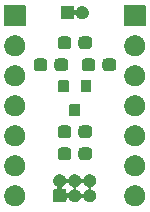
<source format=gbs>
G04 #@! TF.GenerationSoftware,KiCad,Pcbnew,(5.1.0-1390-gee00ff9b5)*
G04 #@! TF.CreationDate,2019-07-31T14:47:23-07:00*
G04 #@! TF.ProjectId,attiny1614,61747469-6e79-4313-9631-342e6b696361,rev?*
G04 #@! TF.SameCoordinates,Original*
G04 #@! TF.FileFunction,Soldermask,Bot*
G04 #@! TF.FilePolarity,Negative*
%FSLAX46Y46*%
G04 Gerber Fmt 4.6, Leading zero omitted, Abs format (unit mm)*
G04 Created by KiCad (PCBNEW (5.1.0-1390-gee00ff9b5)) date 2019-07-31 14:47:23*
%MOMM*%
%LPD*%
G04 APERTURE LIST*
%ADD10C,0.100000*%
G04 APERTURE END LIST*
D10*
G36*
X135824360Y-96649835D02*
G01*
X135905397Y-96676166D01*
X135992663Y-96703848D01*
X135995655Y-96705493D01*
X136004488Y-96708363D01*
X136076466Y-96749919D01*
X136147499Y-96788970D01*
X136154986Y-96795253D01*
X136168511Y-96803061D01*
X136226259Y-96855057D01*
X136282857Y-96902549D01*
X136292962Y-96915118D01*
X136309261Y-96929793D01*
X136351454Y-96987867D01*
X136393579Y-97040260D01*
X136403994Y-97060182D01*
X136420586Y-97083019D01*
X136447297Y-97143012D01*
X136475439Y-97196843D01*
X136483582Y-97224510D01*
X136497621Y-97256042D01*
X136509992Y-97314241D01*
X136525328Y-97366349D01*
X136528518Y-97401401D01*
X136536999Y-97441301D01*
X136536999Y-97494592D01*
X136541343Y-97542324D01*
X136536999Y-97583653D01*
X136536999Y-97630699D01*
X136527217Y-97676721D01*
X136522873Y-97718047D01*
X136508702Y-97763827D01*
X136497621Y-97815958D01*
X136481028Y-97853226D01*
X136470622Y-97886843D01*
X136444789Y-97934620D01*
X136420586Y-97988981D01*
X136400298Y-98016905D01*
X136386580Y-98042276D01*
X136347859Y-98089082D01*
X136309261Y-98142207D01*
X136288284Y-98161095D01*
X136273952Y-98178419D01*
X136221845Y-98220917D01*
X136168511Y-98268939D01*
X136149524Y-98279901D01*
X136137025Y-98290095D01*
X136071780Y-98324786D01*
X136004488Y-98363637D01*
X135989636Y-98368463D01*
X135981003Y-98373053D01*
X135903430Y-98396473D01*
X135824360Y-98422165D01*
X135815114Y-98423137D01*
X135811851Y-98424122D01*
X135720710Y-98433059D01*
X135683211Y-98437000D01*
X135588789Y-98437000D01*
X135447640Y-98422165D01*
X135366603Y-98395834D01*
X135279337Y-98368152D01*
X135276345Y-98366507D01*
X135267512Y-98363637D01*
X135195534Y-98322081D01*
X135124501Y-98283030D01*
X135117014Y-98276747D01*
X135103489Y-98268939D01*
X135045741Y-98216943D01*
X134989143Y-98169451D01*
X134979038Y-98156882D01*
X134962739Y-98142207D01*
X134920546Y-98084133D01*
X134878421Y-98031740D01*
X134868006Y-98011818D01*
X134851414Y-97988981D01*
X134824703Y-97928988D01*
X134796561Y-97875157D01*
X134788418Y-97847490D01*
X134774379Y-97815958D01*
X134762008Y-97757759D01*
X134746672Y-97705651D01*
X134743482Y-97670599D01*
X134735001Y-97630699D01*
X134735001Y-97577408D01*
X134730657Y-97529676D01*
X134735001Y-97488347D01*
X134735001Y-97441301D01*
X134744783Y-97395279D01*
X134749127Y-97353953D01*
X134763298Y-97308173D01*
X134774379Y-97256042D01*
X134790972Y-97218774D01*
X134801378Y-97185157D01*
X134827211Y-97137380D01*
X134851414Y-97083019D01*
X134871702Y-97055095D01*
X134885420Y-97029724D01*
X134924141Y-96982918D01*
X134962739Y-96929793D01*
X134983716Y-96910905D01*
X134998048Y-96893581D01*
X135050155Y-96851083D01*
X135103489Y-96803061D01*
X135122476Y-96792099D01*
X135134975Y-96781905D01*
X135200220Y-96747214D01*
X135267512Y-96708363D01*
X135282364Y-96703537D01*
X135290997Y-96698947D01*
X135368570Y-96675527D01*
X135447640Y-96649835D01*
X135456886Y-96648863D01*
X135460149Y-96647878D01*
X135551290Y-96638941D01*
X135588789Y-96635000D01*
X135683211Y-96635000D01*
X135824360Y-96649835D01*
X135824360Y-96649835D01*
G37*
G36*
X125664360Y-96649835D02*
G01*
X125745397Y-96676166D01*
X125832663Y-96703848D01*
X125835655Y-96705493D01*
X125844488Y-96708363D01*
X125916466Y-96749919D01*
X125987499Y-96788970D01*
X125994986Y-96795253D01*
X126008511Y-96803061D01*
X126066259Y-96855057D01*
X126122857Y-96902549D01*
X126132962Y-96915118D01*
X126149261Y-96929793D01*
X126191454Y-96987867D01*
X126233579Y-97040260D01*
X126243994Y-97060182D01*
X126260586Y-97083019D01*
X126287297Y-97143012D01*
X126315439Y-97196843D01*
X126323582Y-97224510D01*
X126337621Y-97256042D01*
X126349992Y-97314241D01*
X126365328Y-97366349D01*
X126368518Y-97401401D01*
X126376999Y-97441301D01*
X126376999Y-97494592D01*
X126381343Y-97542324D01*
X126376999Y-97583653D01*
X126376999Y-97630699D01*
X126367217Y-97676721D01*
X126362873Y-97718047D01*
X126348702Y-97763827D01*
X126337621Y-97815958D01*
X126321028Y-97853226D01*
X126310622Y-97886843D01*
X126284789Y-97934620D01*
X126260586Y-97988981D01*
X126240298Y-98016905D01*
X126226580Y-98042276D01*
X126187859Y-98089082D01*
X126149261Y-98142207D01*
X126128284Y-98161095D01*
X126113952Y-98178419D01*
X126061845Y-98220917D01*
X126008511Y-98268939D01*
X125989524Y-98279901D01*
X125977025Y-98290095D01*
X125911780Y-98324786D01*
X125844488Y-98363637D01*
X125829636Y-98368463D01*
X125821003Y-98373053D01*
X125743430Y-98396473D01*
X125664360Y-98422165D01*
X125655114Y-98423137D01*
X125651851Y-98424122D01*
X125560710Y-98433059D01*
X125523211Y-98437000D01*
X125428789Y-98437000D01*
X125287640Y-98422165D01*
X125206603Y-98395834D01*
X125119337Y-98368152D01*
X125116345Y-98366507D01*
X125107512Y-98363637D01*
X125035534Y-98322081D01*
X124964501Y-98283030D01*
X124957014Y-98276747D01*
X124943489Y-98268939D01*
X124885741Y-98216943D01*
X124829143Y-98169451D01*
X124819038Y-98156882D01*
X124802739Y-98142207D01*
X124760546Y-98084133D01*
X124718421Y-98031740D01*
X124708006Y-98011818D01*
X124691414Y-97988981D01*
X124664703Y-97928988D01*
X124636561Y-97875157D01*
X124628418Y-97847490D01*
X124614379Y-97815958D01*
X124602008Y-97757759D01*
X124586672Y-97705651D01*
X124583482Y-97670599D01*
X124575001Y-97630699D01*
X124575001Y-97577408D01*
X124570657Y-97529676D01*
X124575001Y-97488347D01*
X124575001Y-97441301D01*
X124584783Y-97395279D01*
X124589127Y-97353953D01*
X124603298Y-97308173D01*
X124614379Y-97256042D01*
X124630972Y-97218774D01*
X124641378Y-97185157D01*
X124667211Y-97137380D01*
X124691414Y-97083019D01*
X124711702Y-97055095D01*
X124725420Y-97029724D01*
X124764141Y-96982918D01*
X124802739Y-96929793D01*
X124823716Y-96910905D01*
X124838048Y-96893581D01*
X124890155Y-96851083D01*
X124943489Y-96803061D01*
X124962476Y-96792099D01*
X124974975Y-96781905D01*
X125040220Y-96747214D01*
X125107512Y-96708363D01*
X125122364Y-96703537D01*
X125130997Y-96698947D01*
X125208570Y-96675527D01*
X125287640Y-96649835D01*
X125296886Y-96648863D01*
X125300149Y-96647878D01*
X125391290Y-96638941D01*
X125428789Y-96635000D01*
X125523211Y-96635000D01*
X125664360Y-96649835D01*
X125664360Y-96649835D01*
G37*
G36*
X129424343Y-95728506D02*
G01*
X129484792Y-95752074D01*
X129512219Y-95757904D01*
X129533352Y-95771007D01*
X129548292Y-95776832D01*
X129589828Y-95806024D01*
X129640522Y-95837456D01*
X129651431Y-95849320D01*
X129657402Y-95853516D01*
X129696442Y-95898269D01*
X129742707Y-95948581D01*
X129776495Y-96014893D01*
X129809466Y-96078774D01*
X129858094Y-96129725D01*
X129926549Y-96146298D01*
X129993097Y-96123230D01*
X130031012Y-96079934D01*
X130050753Y-96042651D01*
X130063111Y-96008324D01*
X130085928Y-95976218D01*
X130100221Y-95949223D01*
X130124392Y-95922094D01*
X130150562Y-95885269D01*
X130174399Y-95865966D01*
X130188937Y-95849649D01*
X130226033Y-95824154D01*
X130267884Y-95790264D01*
X130288029Y-95781547D01*
X130298849Y-95774110D01*
X130349044Y-95755142D01*
X130406432Y-95730308D01*
X130419503Y-95728518D01*
X130423598Y-95726970D01*
X130485366Y-95719496D01*
X130518185Y-95715000D01*
X130587432Y-95715000D01*
X130694343Y-95728506D01*
X130754792Y-95752074D01*
X130782219Y-95757904D01*
X130803352Y-95771007D01*
X130818292Y-95776832D01*
X130859828Y-95806024D01*
X130910522Y-95837456D01*
X130921431Y-95849320D01*
X130927402Y-95853516D01*
X130966442Y-95898269D01*
X131012707Y-95948581D01*
X131046495Y-96014893D01*
X131079466Y-96078774D01*
X131128094Y-96129725D01*
X131196549Y-96146298D01*
X131263097Y-96123230D01*
X131301012Y-96079934D01*
X131320753Y-96042651D01*
X131333111Y-96008324D01*
X131355928Y-95976218D01*
X131370221Y-95949223D01*
X131394392Y-95922094D01*
X131420562Y-95885269D01*
X131444399Y-95865966D01*
X131458937Y-95849649D01*
X131496033Y-95824154D01*
X131537884Y-95790264D01*
X131558029Y-95781547D01*
X131568849Y-95774110D01*
X131619044Y-95755142D01*
X131676432Y-95730308D01*
X131689503Y-95728518D01*
X131693598Y-95726970D01*
X131755366Y-95719496D01*
X131788185Y-95715000D01*
X131857432Y-95715000D01*
X131964343Y-95728506D01*
X132024792Y-95752074D01*
X132052219Y-95757904D01*
X132073352Y-95771007D01*
X132088292Y-95776832D01*
X132129828Y-95806024D01*
X132180522Y-95837456D01*
X132191431Y-95849320D01*
X132197402Y-95853516D01*
X132236442Y-95898269D01*
X132282707Y-95948581D01*
X132316500Y-96014903D01*
X132346240Y-96072524D01*
X132346580Y-96073939D01*
X132351243Y-96083091D01*
X132364178Y-96147240D01*
X132377374Y-96202204D01*
X132377320Y-96212417D01*
X132381083Y-96231077D01*
X132376926Y-96287682D01*
X132376675Y-96335566D01*
X132372060Y-96353940D01*
X132370026Y-96381636D01*
X132353744Y-96426861D01*
X132344187Y-96464911D01*
X132331247Y-96489350D01*
X132318889Y-96523676D01*
X132296072Y-96555782D01*
X132281779Y-96582777D01*
X132257608Y-96609906D01*
X132231438Y-96646731D01*
X132207601Y-96666034D01*
X132193063Y-96682351D01*
X132155965Y-96707847D01*
X132114116Y-96741736D01*
X132093974Y-96750452D01*
X132083152Y-96757890D01*
X132032952Y-96776859D01*
X132010807Y-96786443D01*
X131957824Y-96826461D01*
X131933493Y-96892558D01*
X131948760Y-96961316D01*
X132012805Y-97017401D01*
X132024791Y-97022074D01*
X132052219Y-97027904D01*
X132073352Y-97041007D01*
X132088292Y-97046832D01*
X132129828Y-97076024D01*
X132180522Y-97107456D01*
X132191431Y-97119320D01*
X132197402Y-97123516D01*
X132236442Y-97168269D01*
X132282707Y-97218581D01*
X132316500Y-97284903D01*
X132346240Y-97342524D01*
X132346580Y-97343939D01*
X132351243Y-97353091D01*
X132364178Y-97417240D01*
X132377374Y-97472204D01*
X132377320Y-97482417D01*
X132381083Y-97501077D01*
X132376926Y-97557682D01*
X132376675Y-97605566D01*
X132372060Y-97623940D01*
X132370026Y-97651636D01*
X132353744Y-97696861D01*
X132344187Y-97734911D01*
X132331247Y-97759350D01*
X132318889Y-97793676D01*
X132296072Y-97825782D01*
X132281779Y-97852777D01*
X132257608Y-97879906D01*
X132231438Y-97916731D01*
X132207601Y-97936034D01*
X132193063Y-97952351D01*
X132155967Y-97977846D01*
X132114116Y-98011736D01*
X132093971Y-98020453D01*
X132083151Y-98027890D01*
X132032956Y-98046858D01*
X131975568Y-98071692D01*
X131962497Y-98073482D01*
X131958402Y-98075030D01*
X131896634Y-98082504D01*
X131863815Y-98087000D01*
X131794568Y-98087000D01*
X131687657Y-98073494D01*
X131627208Y-98049926D01*
X131599781Y-98044096D01*
X131578648Y-98030993D01*
X131563708Y-98025168D01*
X131522172Y-97995976D01*
X131471478Y-97964544D01*
X131460569Y-97952680D01*
X131454598Y-97948484D01*
X131415558Y-97903731D01*
X131369293Y-97853419D01*
X131335505Y-97787107D01*
X131302534Y-97723226D01*
X131253906Y-97672275D01*
X131185451Y-97655702D01*
X131118903Y-97678770D01*
X131080988Y-97722066D01*
X131061247Y-97759349D01*
X131048889Y-97793676D01*
X131026072Y-97825782D01*
X131011779Y-97852777D01*
X130987608Y-97879906D01*
X130961438Y-97916731D01*
X130937601Y-97936034D01*
X130923063Y-97952351D01*
X130885967Y-97977846D01*
X130844116Y-98011736D01*
X130823971Y-98020453D01*
X130813151Y-98027890D01*
X130762956Y-98046858D01*
X130705568Y-98071692D01*
X130692497Y-98073482D01*
X130688402Y-98075030D01*
X130626634Y-98082504D01*
X130593815Y-98087000D01*
X130524568Y-98087000D01*
X130417657Y-98073494D01*
X130357208Y-98049926D01*
X130329781Y-98044096D01*
X130308648Y-98030993D01*
X130293708Y-98025168D01*
X130252172Y-97995976D01*
X130201478Y-97964544D01*
X130190569Y-97952680D01*
X130184598Y-97948484D01*
X130145558Y-97903731D01*
X130099293Y-97853419D01*
X130076220Y-97808136D01*
X130027895Y-97757502D01*
X129959440Y-97740929D01*
X129892892Y-97763997D01*
X129849380Y-97819382D01*
X129840448Y-97865784D01*
X129840448Y-98023688D01*
X129837999Y-98036000D01*
X129834041Y-98055899D01*
X129822769Y-98072769D01*
X129805899Y-98084041D01*
X129786000Y-98087999D01*
X129773688Y-98090448D01*
X128798312Y-98090448D01*
X128766101Y-98084041D01*
X128749231Y-98072769D01*
X128737959Y-98055899D01*
X128731552Y-98023688D01*
X128731552Y-97048312D01*
X128737959Y-97016101D01*
X128749231Y-96999231D01*
X128766101Y-96987959D01*
X128798312Y-96981552D01*
X128950576Y-96981552D01*
X129018156Y-96961709D01*
X129064279Y-96908479D01*
X129068638Y-96878161D01*
X129497167Y-96878161D01*
X129528393Y-96941293D01*
X129620284Y-96981552D01*
X129773688Y-96981552D01*
X129805899Y-96987959D01*
X129822769Y-96999231D01*
X129834041Y-97016101D01*
X129840448Y-97048312D01*
X129840448Y-97206633D01*
X129860291Y-97274213D01*
X129913521Y-97320336D01*
X129983236Y-97330360D01*
X130047304Y-97301101D01*
X130061202Y-97283626D01*
X130063111Y-97278324D01*
X130085927Y-97246219D01*
X130100221Y-97219223D01*
X130124392Y-97192094D01*
X130150562Y-97155269D01*
X130174399Y-97135966D01*
X130188937Y-97119649D01*
X130226035Y-97094153D01*
X130267884Y-97060264D01*
X130288026Y-97051548D01*
X130298848Y-97044110D01*
X130349048Y-97025141D01*
X130371193Y-97015557D01*
X130424176Y-96975539D01*
X130448507Y-96909442D01*
X130444759Y-96892558D01*
X130663493Y-96892558D01*
X130678760Y-96961316D01*
X130742805Y-97017401D01*
X130754791Y-97022074D01*
X130782219Y-97027904D01*
X130803352Y-97041007D01*
X130818292Y-97046832D01*
X130859828Y-97076024D01*
X130910522Y-97107456D01*
X130921431Y-97119320D01*
X130927402Y-97123516D01*
X130966442Y-97168269D01*
X131012707Y-97218581D01*
X131046495Y-97284893D01*
X131079466Y-97348774D01*
X131128094Y-97399725D01*
X131196549Y-97416298D01*
X131263097Y-97393230D01*
X131301012Y-97349934D01*
X131320753Y-97312651D01*
X131333111Y-97278324D01*
X131355928Y-97246218D01*
X131370221Y-97219223D01*
X131394392Y-97192094D01*
X131420562Y-97155269D01*
X131444399Y-97135966D01*
X131458937Y-97119649D01*
X131496035Y-97094153D01*
X131537884Y-97060264D01*
X131558026Y-97051548D01*
X131568848Y-97044110D01*
X131619048Y-97025141D01*
X131641193Y-97015557D01*
X131694176Y-96975539D01*
X131718507Y-96909442D01*
X131703240Y-96840684D01*
X131639195Y-96784599D01*
X131627209Y-96779926D01*
X131599781Y-96774096D01*
X131578648Y-96760993D01*
X131563708Y-96755168D01*
X131522172Y-96725976D01*
X131471478Y-96694544D01*
X131460569Y-96682680D01*
X131454598Y-96678484D01*
X131415558Y-96633731D01*
X131369293Y-96583419D01*
X131335505Y-96517107D01*
X131302534Y-96453226D01*
X131253906Y-96402275D01*
X131185451Y-96385702D01*
X131118903Y-96408770D01*
X131080988Y-96452066D01*
X131061247Y-96489349D01*
X131048889Y-96523676D01*
X131026072Y-96555782D01*
X131011779Y-96582777D01*
X130987608Y-96609906D01*
X130961438Y-96646731D01*
X130937601Y-96666034D01*
X130923063Y-96682351D01*
X130885965Y-96707847D01*
X130844116Y-96741736D01*
X130823974Y-96750452D01*
X130813152Y-96757890D01*
X130762952Y-96776859D01*
X130740807Y-96786443D01*
X130687824Y-96826461D01*
X130663493Y-96892558D01*
X130444759Y-96892558D01*
X130433240Y-96840684D01*
X130369195Y-96784599D01*
X130357209Y-96779926D01*
X130329781Y-96774096D01*
X130308648Y-96760993D01*
X130293708Y-96755168D01*
X130252172Y-96725976D01*
X130201478Y-96694544D01*
X130190569Y-96682680D01*
X130184598Y-96678484D01*
X130145558Y-96633731D01*
X130099293Y-96583419D01*
X130065505Y-96517107D01*
X130032534Y-96453226D01*
X129983906Y-96402275D01*
X129915451Y-96385702D01*
X129848903Y-96408770D01*
X129810988Y-96452066D01*
X129791247Y-96489349D01*
X129778889Y-96523676D01*
X129756072Y-96555782D01*
X129741779Y-96582777D01*
X129717608Y-96609906D01*
X129691438Y-96646731D01*
X129667601Y-96666034D01*
X129653063Y-96682351D01*
X129615966Y-96707847D01*
X129574116Y-96741736D01*
X129553973Y-96750453D01*
X129549484Y-96753538D01*
X129505029Y-96808168D01*
X129497167Y-96878161D01*
X129068638Y-96878161D01*
X129074303Y-96838764D01*
X129022451Y-96754285D01*
X128982169Y-96725974D01*
X128931478Y-96694544D01*
X128920569Y-96682680D01*
X128914598Y-96678484D01*
X128875558Y-96633731D01*
X128829293Y-96583419D01*
X128795500Y-96517097D01*
X128765760Y-96459476D01*
X128765420Y-96458061D01*
X128760757Y-96448909D01*
X128747822Y-96384760D01*
X128734626Y-96329796D01*
X128734680Y-96319583D01*
X128730917Y-96300923D01*
X128735074Y-96244318D01*
X128735325Y-96196434D01*
X128739940Y-96178060D01*
X128741974Y-96150364D01*
X128758256Y-96105139D01*
X128767813Y-96067089D01*
X128780753Y-96042650D01*
X128793111Y-96008324D01*
X128815928Y-95976218D01*
X128830221Y-95949223D01*
X128854392Y-95922094D01*
X128880562Y-95885269D01*
X128904399Y-95865966D01*
X128918937Y-95849649D01*
X128956033Y-95824154D01*
X128997884Y-95790264D01*
X129018029Y-95781547D01*
X129028849Y-95774110D01*
X129079044Y-95755142D01*
X129136432Y-95730308D01*
X129149503Y-95728518D01*
X129153598Y-95726970D01*
X129215366Y-95719496D01*
X129248185Y-95715000D01*
X129317432Y-95715000D01*
X129424343Y-95728506D01*
X129424343Y-95728506D01*
G37*
G36*
X135824360Y-94109835D02*
G01*
X135905397Y-94136166D01*
X135992663Y-94163848D01*
X135995655Y-94165493D01*
X136004488Y-94168363D01*
X136076466Y-94209919D01*
X136147499Y-94248970D01*
X136154986Y-94255253D01*
X136168511Y-94263061D01*
X136226259Y-94315057D01*
X136282857Y-94362549D01*
X136292962Y-94375118D01*
X136309261Y-94389793D01*
X136351454Y-94447867D01*
X136393579Y-94500260D01*
X136403994Y-94520182D01*
X136420586Y-94543019D01*
X136447297Y-94603012D01*
X136475439Y-94656843D01*
X136483582Y-94684510D01*
X136497621Y-94716042D01*
X136509992Y-94774241D01*
X136525328Y-94826349D01*
X136528518Y-94861401D01*
X136536999Y-94901301D01*
X136536999Y-94954592D01*
X136541343Y-95002324D01*
X136536999Y-95043653D01*
X136536999Y-95090699D01*
X136527217Y-95136721D01*
X136522873Y-95178047D01*
X136508702Y-95223827D01*
X136497621Y-95275958D01*
X136481028Y-95313226D01*
X136470622Y-95346843D01*
X136444789Y-95394620D01*
X136420586Y-95448981D01*
X136400298Y-95476905D01*
X136386580Y-95502276D01*
X136347859Y-95549082D01*
X136309261Y-95602207D01*
X136288284Y-95621095D01*
X136273952Y-95638419D01*
X136221845Y-95680917D01*
X136168511Y-95728939D01*
X136149524Y-95739901D01*
X136137025Y-95750095D01*
X136071780Y-95784786D01*
X136004488Y-95823637D01*
X135989636Y-95828463D01*
X135981003Y-95833053D01*
X135903430Y-95856473D01*
X135824360Y-95882165D01*
X135815114Y-95883137D01*
X135811851Y-95884122D01*
X135720710Y-95893059D01*
X135683211Y-95897000D01*
X135588789Y-95897000D01*
X135447640Y-95882165D01*
X135366603Y-95855834D01*
X135279337Y-95828152D01*
X135276345Y-95826507D01*
X135267512Y-95823637D01*
X135195534Y-95782081D01*
X135124501Y-95743030D01*
X135117014Y-95736747D01*
X135103489Y-95728939D01*
X135045741Y-95676943D01*
X134989143Y-95629451D01*
X134979038Y-95616882D01*
X134962739Y-95602207D01*
X134920546Y-95544133D01*
X134878421Y-95491740D01*
X134868006Y-95471818D01*
X134851414Y-95448981D01*
X134824703Y-95388988D01*
X134796561Y-95335157D01*
X134788418Y-95307490D01*
X134774379Y-95275958D01*
X134762008Y-95217759D01*
X134746672Y-95165651D01*
X134743482Y-95130599D01*
X134735001Y-95090699D01*
X134735001Y-95037408D01*
X134730657Y-94989676D01*
X134735001Y-94948347D01*
X134735001Y-94901301D01*
X134744783Y-94855279D01*
X134749127Y-94813953D01*
X134763298Y-94768173D01*
X134774379Y-94716042D01*
X134790972Y-94678774D01*
X134801378Y-94645157D01*
X134827211Y-94597380D01*
X134851414Y-94543019D01*
X134871702Y-94515095D01*
X134885420Y-94489724D01*
X134924141Y-94442918D01*
X134962739Y-94389793D01*
X134983716Y-94370905D01*
X134998048Y-94353581D01*
X135050155Y-94311083D01*
X135103489Y-94263061D01*
X135122476Y-94252099D01*
X135134975Y-94241905D01*
X135200220Y-94207214D01*
X135267512Y-94168363D01*
X135282364Y-94163537D01*
X135290997Y-94158947D01*
X135368570Y-94135527D01*
X135447640Y-94109835D01*
X135456886Y-94108863D01*
X135460149Y-94107878D01*
X135551290Y-94098941D01*
X135588789Y-94095000D01*
X135683211Y-94095000D01*
X135824360Y-94109835D01*
X135824360Y-94109835D01*
G37*
G36*
X125664360Y-94109835D02*
G01*
X125745397Y-94136166D01*
X125832663Y-94163848D01*
X125835655Y-94165493D01*
X125844488Y-94168363D01*
X125916466Y-94209919D01*
X125987499Y-94248970D01*
X125994986Y-94255253D01*
X126008511Y-94263061D01*
X126066259Y-94315057D01*
X126122857Y-94362549D01*
X126132962Y-94375118D01*
X126149261Y-94389793D01*
X126191454Y-94447867D01*
X126233579Y-94500260D01*
X126243994Y-94520182D01*
X126260586Y-94543019D01*
X126287297Y-94603012D01*
X126315439Y-94656843D01*
X126323582Y-94684510D01*
X126337621Y-94716042D01*
X126349992Y-94774241D01*
X126365328Y-94826349D01*
X126368518Y-94861401D01*
X126376999Y-94901301D01*
X126376999Y-94954592D01*
X126381343Y-95002324D01*
X126376999Y-95043653D01*
X126376999Y-95090699D01*
X126367217Y-95136721D01*
X126362873Y-95178047D01*
X126348702Y-95223827D01*
X126337621Y-95275958D01*
X126321028Y-95313226D01*
X126310622Y-95346843D01*
X126284789Y-95394620D01*
X126260586Y-95448981D01*
X126240298Y-95476905D01*
X126226580Y-95502276D01*
X126187859Y-95549082D01*
X126149261Y-95602207D01*
X126128284Y-95621095D01*
X126113952Y-95638419D01*
X126061845Y-95680917D01*
X126008511Y-95728939D01*
X125989524Y-95739901D01*
X125977025Y-95750095D01*
X125911780Y-95784786D01*
X125844488Y-95823637D01*
X125829636Y-95828463D01*
X125821003Y-95833053D01*
X125743430Y-95856473D01*
X125664360Y-95882165D01*
X125655114Y-95883137D01*
X125651851Y-95884122D01*
X125560710Y-95893059D01*
X125523211Y-95897000D01*
X125428789Y-95897000D01*
X125287640Y-95882165D01*
X125206603Y-95855834D01*
X125119337Y-95828152D01*
X125116345Y-95826507D01*
X125107512Y-95823637D01*
X125035534Y-95782081D01*
X124964501Y-95743030D01*
X124957014Y-95736747D01*
X124943489Y-95728939D01*
X124885741Y-95676943D01*
X124829143Y-95629451D01*
X124819038Y-95616882D01*
X124802739Y-95602207D01*
X124760546Y-95544133D01*
X124718421Y-95491740D01*
X124708006Y-95471818D01*
X124691414Y-95448981D01*
X124664703Y-95388988D01*
X124636561Y-95335157D01*
X124628418Y-95307490D01*
X124614379Y-95275958D01*
X124602008Y-95217759D01*
X124586672Y-95165651D01*
X124583482Y-95130599D01*
X124575001Y-95090699D01*
X124575001Y-95037408D01*
X124570657Y-94989676D01*
X124575001Y-94948347D01*
X124575001Y-94901301D01*
X124584783Y-94855279D01*
X124589127Y-94813953D01*
X124603298Y-94768173D01*
X124614379Y-94716042D01*
X124630972Y-94678774D01*
X124641378Y-94645157D01*
X124667211Y-94597380D01*
X124691414Y-94543019D01*
X124711702Y-94515095D01*
X124725420Y-94489724D01*
X124764141Y-94442918D01*
X124802739Y-94389793D01*
X124823716Y-94370905D01*
X124838048Y-94353581D01*
X124890155Y-94311083D01*
X124943489Y-94263061D01*
X124962476Y-94252099D01*
X124974975Y-94241905D01*
X125040220Y-94207214D01*
X125107512Y-94168363D01*
X125122364Y-94163537D01*
X125130997Y-94158947D01*
X125208570Y-94135527D01*
X125287640Y-94109835D01*
X125296886Y-94108863D01*
X125300149Y-94107878D01*
X125391290Y-94098941D01*
X125428789Y-94095000D01*
X125523211Y-94095000D01*
X125664360Y-94109835D01*
X125664360Y-94109835D01*
G37*
G36*
X131713980Y-93453117D02*
G01*
X131714386Y-93453117D01*
X131716637Y-93453538D01*
X131805801Y-93467660D01*
X131813691Y-93471680D01*
X131820409Y-93472936D01*
X131840176Y-93485175D01*
X131887229Y-93509150D01*
X131900776Y-93522697D01*
X131912114Y-93529717D01*
X131925432Y-93547353D01*
X131951850Y-93573771D01*
X131965267Y-93600103D01*
X131977114Y-93615791D01*
X131980418Y-93629838D01*
X131993340Y-93655199D01*
X132007686Y-93745777D01*
X132007883Y-93746614D01*
X132007883Y-93747020D01*
X132009194Y-93755297D01*
X132009194Y-94204703D01*
X132007883Y-94212980D01*
X132007883Y-94213386D01*
X132007462Y-94215637D01*
X131993340Y-94304801D01*
X131989320Y-94312691D01*
X131988064Y-94319409D01*
X131975825Y-94339176D01*
X131951850Y-94386229D01*
X131938303Y-94399776D01*
X131931283Y-94411114D01*
X131913647Y-94424432D01*
X131887229Y-94450850D01*
X131860897Y-94464267D01*
X131845209Y-94476114D01*
X131831162Y-94479418D01*
X131805801Y-94492340D01*
X131715223Y-94506686D01*
X131714386Y-94506883D01*
X131713980Y-94506883D01*
X131705703Y-94508194D01*
X131156297Y-94508194D01*
X131148020Y-94506883D01*
X131147614Y-94506883D01*
X131145363Y-94506462D01*
X131056199Y-94492340D01*
X131048309Y-94488320D01*
X131041591Y-94487064D01*
X131021824Y-94474825D01*
X130974771Y-94450850D01*
X130961224Y-94437303D01*
X130949886Y-94430283D01*
X130936568Y-94412647D01*
X130910150Y-94386229D01*
X130896733Y-94359897D01*
X130884886Y-94344209D01*
X130881582Y-94330162D01*
X130868660Y-94304801D01*
X130854314Y-94214223D01*
X130854117Y-94213386D01*
X130854117Y-94212980D01*
X130852806Y-94204703D01*
X130852806Y-93755297D01*
X130854117Y-93747020D01*
X130854117Y-93746614D01*
X130854538Y-93744363D01*
X130868660Y-93655199D01*
X130872680Y-93647309D01*
X130873936Y-93640591D01*
X130886175Y-93620824D01*
X130910150Y-93573771D01*
X130923697Y-93560224D01*
X130930717Y-93548886D01*
X130948353Y-93535568D01*
X130974771Y-93509150D01*
X131001103Y-93495733D01*
X131016791Y-93483886D01*
X131030838Y-93480582D01*
X131056199Y-93467660D01*
X131146777Y-93453314D01*
X131147614Y-93453117D01*
X131148020Y-93453117D01*
X131156297Y-93451806D01*
X131705703Y-93451806D01*
X131713980Y-93453117D01*
X131713980Y-93453117D01*
G37*
G36*
X129963980Y-93453117D02*
G01*
X129964386Y-93453117D01*
X129966637Y-93453538D01*
X130055801Y-93467660D01*
X130063691Y-93471680D01*
X130070409Y-93472936D01*
X130090176Y-93485175D01*
X130137229Y-93509150D01*
X130150776Y-93522697D01*
X130162114Y-93529717D01*
X130175432Y-93547353D01*
X130201850Y-93573771D01*
X130215267Y-93600103D01*
X130227114Y-93615791D01*
X130230418Y-93629838D01*
X130243340Y-93655199D01*
X130257686Y-93745777D01*
X130257883Y-93746614D01*
X130257883Y-93747020D01*
X130259194Y-93755297D01*
X130259194Y-94204703D01*
X130257883Y-94212980D01*
X130257883Y-94213386D01*
X130257462Y-94215637D01*
X130243340Y-94304801D01*
X130239320Y-94312691D01*
X130238064Y-94319409D01*
X130225825Y-94339176D01*
X130201850Y-94386229D01*
X130188303Y-94399776D01*
X130181283Y-94411114D01*
X130163647Y-94424432D01*
X130137229Y-94450850D01*
X130110897Y-94464267D01*
X130095209Y-94476114D01*
X130081162Y-94479418D01*
X130055801Y-94492340D01*
X129965223Y-94506686D01*
X129964386Y-94506883D01*
X129963980Y-94506883D01*
X129955703Y-94508194D01*
X129406297Y-94508194D01*
X129398020Y-94506883D01*
X129397614Y-94506883D01*
X129395363Y-94506462D01*
X129306199Y-94492340D01*
X129298309Y-94488320D01*
X129291591Y-94487064D01*
X129271824Y-94474825D01*
X129224771Y-94450850D01*
X129211224Y-94437303D01*
X129199886Y-94430283D01*
X129186568Y-94412647D01*
X129160150Y-94386229D01*
X129146733Y-94359897D01*
X129134886Y-94344209D01*
X129131582Y-94330162D01*
X129118660Y-94304801D01*
X129104314Y-94214223D01*
X129104117Y-94213386D01*
X129104117Y-94212980D01*
X129102806Y-94204703D01*
X129102806Y-93755297D01*
X129104117Y-93747020D01*
X129104117Y-93746614D01*
X129104538Y-93744363D01*
X129118660Y-93655199D01*
X129122680Y-93647309D01*
X129123936Y-93640591D01*
X129136175Y-93620824D01*
X129160150Y-93573771D01*
X129173697Y-93560224D01*
X129180717Y-93548886D01*
X129198353Y-93535568D01*
X129224771Y-93509150D01*
X129251103Y-93495733D01*
X129266791Y-93483886D01*
X129280838Y-93480582D01*
X129306199Y-93467660D01*
X129396777Y-93453314D01*
X129397614Y-93453117D01*
X129398020Y-93453117D01*
X129406297Y-93451806D01*
X129955703Y-93451806D01*
X129963980Y-93453117D01*
X129963980Y-93453117D01*
G37*
G36*
X125664360Y-91569835D02*
G01*
X125745397Y-91596166D01*
X125832663Y-91623848D01*
X125835655Y-91625493D01*
X125844488Y-91628363D01*
X125916466Y-91669919D01*
X125987499Y-91708970D01*
X125994986Y-91715253D01*
X126008511Y-91723061D01*
X126066259Y-91775057D01*
X126122857Y-91822549D01*
X126132962Y-91835118D01*
X126149261Y-91849793D01*
X126191454Y-91907867D01*
X126233579Y-91960260D01*
X126243994Y-91980182D01*
X126260586Y-92003019D01*
X126287297Y-92063012D01*
X126315439Y-92116843D01*
X126323582Y-92144510D01*
X126337621Y-92176042D01*
X126349992Y-92234241D01*
X126365328Y-92286349D01*
X126368518Y-92321401D01*
X126376999Y-92361301D01*
X126376999Y-92414592D01*
X126381343Y-92462324D01*
X126376999Y-92503653D01*
X126376999Y-92550699D01*
X126367217Y-92596721D01*
X126362873Y-92638047D01*
X126348702Y-92683827D01*
X126337621Y-92735958D01*
X126321028Y-92773226D01*
X126310622Y-92806843D01*
X126284789Y-92854620D01*
X126260586Y-92908981D01*
X126240298Y-92936905D01*
X126226580Y-92962276D01*
X126187859Y-93009082D01*
X126149261Y-93062207D01*
X126128284Y-93081095D01*
X126113952Y-93098419D01*
X126061845Y-93140917D01*
X126008511Y-93188939D01*
X125989524Y-93199901D01*
X125977025Y-93210095D01*
X125911780Y-93244786D01*
X125844488Y-93283637D01*
X125829636Y-93288463D01*
X125821003Y-93293053D01*
X125743430Y-93316473D01*
X125664360Y-93342165D01*
X125655114Y-93343137D01*
X125651851Y-93344122D01*
X125560710Y-93353059D01*
X125523211Y-93357000D01*
X125428789Y-93357000D01*
X125287640Y-93342165D01*
X125206603Y-93315834D01*
X125119337Y-93288152D01*
X125116345Y-93286507D01*
X125107512Y-93283637D01*
X125035534Y-93242081D01*
X124964501Y-93203030D01*
X124957014Y-93196747D01*
X124943489Y-93188939D01*
X124885741Y-93136943D01*
X124829143Y-93089451D01*
X124819038Y-93076882D01*
X124802739Y-93062207D01*
X124760546Y-93004133D01*
X124718421Y-92951740D01*
X124708006Y-92931818D01*
X124691414Y-92908981D01*
X124664703Y-92848988D01*
X124636561Y-92795157D01*
X124628418Y-92767490D01*
X124614379Y-92735958D01*
X124602008Y-92677759D01*
X124586672Y-92625651D01*
X124583482Y-92590599D01*
X124575001Y-92550699D01*
X124575001Y-92497408D01*
X124570657Y-92449676D01*
X124575001Y-92408347D01*
X124575001Y-92361301D01*
X124584783Y-92315279D01*
X124589127Y-92273953D01*
X124603298Y-92228173D01*
X124614379Y-92176042D01*
X124630972Y-92138774D01*
X124641378Y-92105157D01*
X124667211Y-92057380D01*
X124691414Y-92003019D01*
X124711702Y-91975095D01*
X124725420Y-91949724D01*
X124764141Y-91902918D01*
X124802739Y-91849793D01*
X124823716Y-91830905D01*
X124838048Y-91813581D01*
X124890155Y-91771083D01*
X124943489Y-91723061D01*
X124962476Y-91712099D01*
X124974975Y-91701905D01*
X125040220Y-91667214D01*
X125107512Y-91628363D01*
X125122364Y-91623537D01*
X125130997Y-91618947D01*
X125208570Y-91595527D01*
X125287640Y-91569835D01*
X125296886Y-91568863D01*
X125300149Y-91567878D01*
X125391290Y-91558941D01*
X125428789Y-91555000D01*
X125523211Y-91555000D01*
X125664360Y-91569835D01*
X125664360Y-91569835D01*
G37*
G36*
X135824360Y-91569835D02*
G01*
X135905397Y-91596166D01*
X135992663Y-91623848D01*
X135995655Y-91625493D01*
X136004488Y-91628363D01*
X136076466Y-91669919D01*
X136147499Y-91708970D01*
X136154986Y-91715253D01*
X136168511Y-91723061D01*
X136226259Y-91775057D01*
X136282857Y-91822549D01*
X136292962Y-91835118D01*
X136309261Y-91849793D01*
X136351454Y-91907867D01*
X136393579Y-91960260D01*
X136403994Y-91980182D01*
X136420586Y-92003019D01*
X136447297Y-92063012D01*
X136475439Y-92116843D01*
X136483582Y-92144510D01*
X136497621Y-92176042D01*
X136509992Y-92234241D01*
X136525328Y-92286349D01*
X136528518Y-92321401D01*
X136536999Y-92361301D01*
X136536999Y-92414592D01*
X136541343Y-92462324D01*
X136536999Y-92503653D01*
X136536999Y-92550699D01*
X136527217Y-92596721D01*
X136522873Y-92638047D01*
X136508702Y-92683827D01*
X136497621Y-92735958D01*
X136481028Y-92773226D01*
X136470622Y-92806843D01*
X136444789Y-92854620D01*
X136420586Y-92908981D01*
X136400298Y-92936905D01*
X136386580Y-92962276D01*
X136347859Y-93009082D01*
X136309261Y-93062207D01*
X136288284Y-93081095D01*
X136273952Y-93098419D01*
X136221845Y-93140917D01*
X136168511Y-93188939D01*
X136149524Y-93199901D01*
X136137025Y-93210095D01*
X136071780Y-93244786D01*
X136004488Y-93283637D01*
X135989636Y-93288463D01*
X135981003Y-93293053D01*
X135903430Y-93316473D01*
X135824360Y-93342165D01*
X135815114Y-93343137D01*
X135811851Y-93344122D01*
X135720710Y-93353059D01*
X135683211Y-93357000D01*
X135588789Y-93357000D01*
X135447640Y-93342165D01*
X135366603Y-93315834D01*
X135279337Y-93288152D01*
X135276345Y-93286507D01*
X135267512Y-93283637D01*
X135195534Y-93242081D01*
X135124501Y-93203030D01*
X135117014Y-93196747D01*
X135103489Y-93188939D01*
X135045741Y-93136943D01*
X134989143Y-93089451D01*
X134979038Y-93076882D01*
X134962739Y-93062207D01*
X134920546Y-93004133D01*
X134878421Y-92951740D01*
X134868006Y-92931818D01*
X134851414Y-92908981D01*
X134824703Y-92848988D01*
X134796561Y-92795157D01*
X134788418Y-92767490D01*
X134774379Y-92735958D01*
X134762008Y-92677759D01*
X134746672Y-92625651D01*
X134743482Y-92590599D01*
X134735001Y-92550699D01*
X134735001Y-92497408D01*
X134730657Y-92449676D01*
X134735001Y-92408347D01*
X134735001Y-92361301D01*
X134744783Y-92315279D01*
X134749127Y-92273953D01*
X134763298Y-92228173D01*
X134774379Y-92176042D01*
X134790972Y-92138774D01*
X134801378Y-92105157D01*
X134827211Y-92057380D01*
X134851414Y-92003019D01*
X134871702Y-91975095D01*
X134885420Y-91949724D01*
X134924141Y-91902918D01*
X134962739Y-91849793D01*
X134983716Y-91830905D01*
X134998048Y-91813581D01*
X135050155Y-91771083D01*
X135103489Y-91723061D01*
X135122476Y-91712099D01*
X135134975Y-91701905D01*
X135200220Y-91667214D01*
X135267512Y-91628363D01*
X135282364Y-91623537D01*
X135290997Y-91618947D01*
X135368570Y-91595527D01*
X135447640Y-91569835D01*
X135456886Y-91568863D01*
X135460149Y-91567878D01*
X135551290Y-91558941D01*
X135588789Y-91555000D01*
X135683211Y-91555000D01*
X135824360Y-91569835D01*
X135824360Y-91569835D01*
G37*
G36*
X129963980Y-91588617D02*
G01*
X129964386Y-91588617D01*
X129966637Y-91589038D01*
X130055801Y-91603160D01*
X130063691Y-91607180D01*
X130070409Y-91608436D01*
X130090176Y-91620675D01*
X130137229Y-91644650D01*
X130150776Y-91658197D01*
X130162114Y-91665217D01*
X130175432Y-91682853D01*
X130201850Y-91709271D01*
X130215267Y-91735603D01*
X130227114Y-91751291D01*
X130230418Y-91765338D01*
X130243340Y-91790699D01*
X130257686Y-91881277D01*
X130257883Y-91882114D01*
X130257883Y-91882520D01*
X130259194Y-91890797D01*
X130259194Y-92340203D01*
X130257883Y-92348480D01*
X130257883Y-92348886D01*
X130257462Y-92351137D01*
X130243340Y-92440301D01*
X130239320Y-92448191D01*
X130238064Y-92454909D01*
X130225825Y-92474676D01*
X130201850Y-92521729D01*
X130188303Y-92535276D01*
X130181283Y-92546614D01*
X130163647Y-92559932D01*
X130137229Y-92586350D01*
X130110897Y-92599767D01*
X130095209Y-92611614D01*
X130081162Y-92614918D01*
X130055801Y-92627840D01*
X129965223Y-92642186D01*
X129964386Y-92642383D01*
X129963980Y-92642383D01*
X129955703Y-92643694D01*
X129406297Y-92643694D01*
X129398020Y-92642383D01*
X129397614Y-92642383D01*
X129395363Y-92641962D01*
X129306199Y-92627840D01*
X129298309Y-92623820D01*
X129291591Y-92622564D01*
X129271824Y-92610325D01*
X129224771Y-92586350D01*
X129211224Y-92572803D01*
X129199886Y-92565783D01*
X129186568Y-92548147D01*
X129160150Y-92521729D01*
X129146733Y-92495397D01*
X129134886Y-92479709D01*
X129131582Y-92465662D01*
X129118660Y-92440301D01*
X129104314Y-92349723D01*
X129104117Y-92348886D01*
X129104117Y-92348480D01*
X129102806Y-92340203D01*
X129102806Y-91890797D01*
X129104117Y-91882520D01*
X129104117Y-91882114D01*
X129104538Y-91879863D01*
X129118660Y-91790699D01*
X129122680Y-91782809D01*
X129123936Y-91776091D01*
X129136175Y-91756324D01*
X129160150Y-91709271D01*
X129173697Y-91695724D01*
X129180717Y-91684386D01*
X129198353Y-91671068D01*
X129224771Y-91644650D01*
X129251103Y-91631233D01*
X129266791Y-91619386D01*
X129280838Y-91616082D01*
X129306199Y-91603160D01*
X129396777Y-91588814D01*
X129397614Y-91588617D01*
X129398020Y-91588617D01*
X129406297Y-91587306D01*
X129955703Y-91587306D01*
X129963980Y-91588617D01*
X129963980Y-91588617D01*
G37*
G36*
X131713980Y-91588617D02*
G01*
X131714386Y-91588617D01*
X131716637Y-91589038D01*
X131805801Y-91603160D01*
X131813691Y-91607180D01*
X131820409Y-91608436D01*
X131840176Y-91620675D01*
X131887229Y-91644650D01*
X131900776Y-91658197D01*
X131912114Y-91665217D01*
X131925432Y-91682853D01*
X131951850Y-91709271D01*
X131965267Y-91735603D01*
X131977114Y-91751291D01*
X131980418Y-91765338D01*
X131993340Y-91790699D01*
X132007686Y-91881277D01*
X132007883Y-91882114D01*
X132007883Y-91882520D01*
X132009194Y-91890797D01*
X132009194Y-92340203D01*
X132007883Y-92348480D01*
X132007883Y-92348886D01*
X132007462Y-92351137D01*
X131993340Y-92440301D01*
X131989320Y-92448191D01*
X131988064Y-92454909D01*
X131975825Y-92474676D01*
X131951850Y-92521729D01*
X131938303Y-92535276D01*
X131931283Y-92546614D01*
X131913647Y-92559932D01*
X131887229Y-92586350D01*
X131860897Y-92599767D01*
X131845209Y-92611614D01*
X131831162Y-92614918D01*
X131805801Y-92627840D01*
X131715223Y-92642186D01*
X131714386Y-92642383D01*
X131713980Y-92642383D01*
X131705703Y-92643694D01*
X131156297Y-92643694D01*
X131148020Y-92642383D01*
X131147614Y-92642383D01*
X131145363Y-92641962D01*
X131056199Y-92627840D01*
X131048309Y-92623820D01*
X131041591Y-92622564D01*
X131021824Y-92610325D01*
X130974771Y-92586350D01*
X130961224Y-92572803D01*
X130949886Y-92565783D01*
X130936568Y-92548147D01*
X130910150Y-92521729D01*
X130896733Y-92495397D01*
X130884886Y-92479709D01*
X130881582Y-92465662D01*
X130868660Y-92440301D01*
X130854314Y-92349723D01*
X130854117Y-92348886D01*
X130854117Y-92348480D01*
X130852806Y-92340203D01*
X130852806Y-91890797D01*
X130854117Y-91882520D01*
X130854117Y-91882114D01*
X130854538Y-91879863D01*
X130868660Y-91790699D01*
X130872680Y-91782809D01*
X130873936Y-91776091D01*
X130886175Y-91756324D01*
X130910150Y-91709271D01*
X130923697Y-91695724D01*
X130930717Y-91684386D01*
X130948353Y-91671068D01*
X130974771Y-91644650D01*
X131001103Y-91631233D01*
X131016791Y-91619386D01*
X131030838Y-91616082D01*
X131056199Y-91603160D01*
X131146777Y-91588814D01*
X131147614Y-91588617D01*
X131148020Y-91588617D01*
X131156297Y-91587306D01*
X131705703Y-91587306D01*
X131713980Y-91588617D01*
X131713980Y-91588617D01*
G37*
G36*
X125664360Y-89029835D02*
G01*
X125745397Y-89056166D01*
X125832663Y-89083848D01*
X125835655Y-89085493D01*
X125844488Y-89088363D01*
X125916466Y-89129919D01*
X125987499Y-89168970D01*
X125994986Y-89175253D01*
X126008511Y-89183061D01*
X126066259Y-89235057D01*
X126122857Y-89282549D01*
X126132962Y-89295118D01*
X126149261Y-89309793D01*
X126191454Y-89367867D01*
X126233579Y-89420260D01*
X126243994Y-89440182D01*
X126260586Y-89463019D01*
X126287297Y-89523012D01*
X126315439Y-89576843D01*
X126323582Y-89604510D01*
X126337621Y-89636042D01*
X126349992Y-89694241D01*
X126365328Y-89746349D01*
X126368518Y-89781401D01*
X126376999Y-89821301D01*
X126376999Y-89874592D01*
X126381343Y-89922324D01*
X126376999Y-89963653D01*
X126376999Y-90010699D01*
X126367217Y-90056721D01*
X126362873Y-90098047D01*
X126348702Y-90143827D01*
X126337621Y-90195958D01*
X126321028Y-90233226D01*
X126310622Y-90266843D01*
X126284789Y-90314620D01*
X126260586Y-90368981D01*
X126240298Y-90396905D01*
X126226580Y-90422276D01*
X126187859Y-90469082D01*
X126149261Y-90522207D01*
X126128284Y-90541095D01*
X126113952Y-90558419D01*
X126061845Y-90600917D01*
X126008511Y-90648939D01*
X125989524Y-90659901D01*
X125977025Y-90670095D01*
X125911780Y-90704786D01*
X125844488Y-90743637D01*
X125829636Y-90748463D01*
X125821003Y-90753053D01*
X125743430Y-90776473D01*
X125664360Y-90802165D01*
X125655114Y-90803137D01*
X125651851Y-90804122D01*
X125560710Y-90813059D01*
X125523211Y-90817000D01*
X125428789Y-90817000D01*
X125287640Y-90802165D01*
X125206603Y-90775834D01*
X125119337Y-90748152D01*
X125116345Y-90746507D01*
X125107512Y-90743637D01*
X125035534Y-90702081D01*
X124964501Y-90663030D01*
X124957014Y-90656747D01*
X124943489Y-90648939D01*
X124885741Y-90596943D01*
X124829143Y-90549451D01*
X124819038Y-90536882D01*
X124802739Y-90522207D01*
X124760546Y-90464133D01*
X124718421Y-90411740D01*
X124708006Y-90391818D01*
X124691414Y-90368981D01*
X124664703Y-90308988D01*
X124636561Y-90255157D01*
X124628418Y-90227490D01*
X124614379Y-90195958D01*
X124602008Y-90137759D01*
X124586672Y-90085651D01*
X124583482Y-90050599D01*
X124575001Y-90010699D01*
X124575001Y-89957408D01*
X124570657Y-89909676D01*
X124575001Y-89868347D01*
X124575001Y-89821301D01*
X124584783Y-89775279D01*
X124589127Y-89733953D01*
X124603298Y-89688173D01*
X124614379Y-89636042D01*
X124630972Y-89598774D01*
X124641378Y-89565157D01*
X124667211Y-89517380D01*
X124691414Y-89463019D01*
X124711702Y-89435095D01*
X124725420Y-89409724D01*
X124764141Y-89362918D01*
X124802739Y-89309793D01*
X124823716Y-89290905D01*
X124838048Y-89273581D01*
X124890155Y-89231083D01*
X124943489Y-89183061D01*
X124962476Y-89172099D01*
X124974975Y-89161905D01*
X125040220Y-89127214D01*
X125107512Y-89088363D01*
X125122364Y-89083537D01*
X125130997Y-89078947D01*
X125208570Y-89055527D01*
X125287640Y-89029835D01*
X125296886Y-89028863D01*
X125300149Y-89027878D01*
X125391290Y-89018941D01*
X125428789Y-89015000D01*
X125523211Y-89015000D01*
X125664360Y-89029835D01*
X125664360Y-89029835D01*
G37*
G36*
X135824360Y-89029835D02*
G01*
X135905397Y-89056166D01*
X135992663Y-89083848D01*
X135995655Y-89085493D01*
X136004488Y-89088363D01*
X136076466Y-89129919D01*
X136147499Y-89168970D01*
X136154986Y-89175253D01*
X136168511Y-89183061D01*
X136226259Y-89235057D01*
X136282857Y-89282549D01*
X136292962Y-89295118D01*
X136309261Y-89309793D01*
X136351454Y-89367867D01*
X136393579Y-89420260D01*
X136403994Y-89440182D01*
X136420586Y-89463019D01*
X136447297Y-89523012D01*
X136475439Y-89576843D01*
X136483582Y-89604510D01*
X136497621Y-89636042D01*
X136509992Y-89694241D01*
X136525328Y-89746349D01*
X136528518Y-89781401D01*
X136536999Y-89821301D01*
X136536999Y-89874592D01*
X136541343Y-89922324D01*
X136536999Y-89963653D01*
X136536999Y-90010699D01*
X136527217Y-90056721D01*
X136522873Y-90098047D01*
X136508702Y-90143827D01*
X136497621Y-90195958D01*
X136481028Y-90233226D01*
X136470622Y-90266843D01*
X136444789Y-90314620D01*
X136420586Y-90368981D01*
X136400298Y-90396905D01*
X136386580Y-90422276D01*
X136347859Y-90469082D01*
X136309261Y-90522207D01*
X136288284Y-90541095D01*
X136273952Y-90558419D01*
X136221845Y-90600917D01*
X136168511Y-90648939D01*
X136149524Y-90659901D01*
X136137025Y-90670095D01*
X136071780Y-90704786D01*
X136004488Y-90743637D01*
X135989636Y-90748463D01*
X135981003Y-90753053D01*
X135903430Y-90776473D01*
X135824360Y-90802165D01*
X135815114Y-90803137D01*
X135811851Y-90804122D01*
X135720710Y-90813059D01*
X135683211Y-90817000D01*
X135588789Y-90817000D01*
X135447640Y-90802165D01*
X135366603Y-90775834D01*
X135279337Y-90748152D01*
X135276345Y-90746507D01*
X135267512Y-90743637D01*
X135195534Y-90702081D01*
X135124501Y-90663030D01*
X135117014Y-90656747D01*
X135103489Y-90648939D01*
X135045741Y-90596943D01*
X134989143Y-90549451D01*
X134979038Y-90536882D01*
X134962739Y-90522207D01*
X134920546Y-90464133D01*
X134878421Y-90411740D01*
X134868006Y-90391818D01*
X134851414Y-90368981D01*
X134824703Y-90308988D01*
X134796561Y-90255157D01*
X134788418Y-90227490D01*
X134774379Y-90195958D01*
X134762008Y-90137759D01*
X134746672Y-90085651D01*
X134743482Y-90050599D01*
X134735001Y-90010699D01*
X134735001Y-89957408D01*
X134730657Y-89909676D01*
X134735001Y-89868347D01*
X134735001Y-89821301D01*
X134744783Y-89775279D01*
X134749127Y-89733953D01*
X134763298Y-89688173D01*
X134774379Y-89636042D01*
X134790972Y-89598774D01*
X134801378Y-89565157D01*
X134827211Y-89517380D01*
X134851414Y-89463019D01*
X134871702Y-89435095D01*
X134885420Y-89409724D01*
X134924141Y-89362918D01*
X134962739Y-89309793D01*
X134983716Y-89290905D01*
X134998048Y-89273581D01*
X135050155Y-89231083D01*
X135103489Y-89183061D01*
X135122476Y-89172099D01*
X135134975Y-89161905D01*
X135200220Y-89127214D01*
X135267512Y-89088363D01*
X135282364Y-89083537D01*
X135290997Y-89078947D01*
X135368570Y-89055527D01*
X135447640Y-89029835D01*
X135456886Y-89028863D01*
X135460149Y-89027878D01*
X135551290Y-89018941D01*
X135588789Y-89015000D01*
X135683211Y-89015000D01*
X135824360Y-89029835D01*
X135824360Y-89029835D01*
G37*
G36*
X130975899Y-89782959D02*
G01*
X130992769Y-89794231D01*
X131004041Y-89811101D01*
X131010448Y-89843312D01*
X131010448Y-90718688D01*
X131007999Y-90731000D01*
X131004041Y-90750899D01*
X130992769Y-90767769D01*
X130975899Y-90779041D01*
X130956000Y-90782999D01*
X130943688Y-90785448D01*
X130168312Y-90785448D01*
X130136101Y-90779041D01*
X130119231Y-90767769D01*
X130107959Y-90750899D01*
X130101552Y-90718688D01*
X130101552Y-89843312D01*
X130107959Y-89811101D01*
X130119231Y-89794231D01*
X130136101Y-89782959D01*
X130168312Y-89776552D01*
X130943688Y-89776552D01*
X130975899Y-89782959D01*
X130975899Y-89782959D01*
G37*
G36*
X131925899Y-87782959D02*
G01*
X131942769Y-87794231D01*
X131954041Y-87811101D01*
X131960448Y-87843312D01*
X131960448Y-88718688D01*
X131957999Y-88731000D01*
X131954041Y-88750899D01*
X131942769Y-88767769D01*
X131925899Y-88779041D01*
X131906000Y-88782999D01*
X131893688Y-88785448D01*
X131118312Y-88785448D01*
X131086101Y-88779041D01*
X131069231Y-88767769D01*
X131057959Y-88750899D01*
X131051552Y-88718688D01*
X131051552Y-87843312D01*
X131057959Y-87811101D01*
X131069231Y-87794231D01*
X131086101Y-87782959D01*
X131118312Y-87776552D01*
X131893688Y-87776552D01*
X131925899Y-87782959D01*
X131925899Y-87782959D01*
G37*
G36*
X130025899Y-87782959D02*
G01*
X130042769Y-87794231D01*
X130054041Y-87811101D01*
X130060448Y-87843312D01*
X130060448Y-88718688D01*
X130057999Y-88731000D01*
X130054041Y-88750899D01*
X130042769Y-88767769D01*
X130025899Y-88779041D01*
X130006000Y-88782999D01*
X129993688Y-88785448D01*
X129218312Y-88785448D01*
X129186101Y-88779041D01*
X129169231Y-88767769D01*
X129157959Y-88750899D01*
X129151552Y-88718688D01*
X129151552Y-87843312D01*
X129157959Y-87811101D01*
X129169231Y-87794231D01*
X129186101Y-87782959D01*
X129218312Y-87776552D01*
X129993688Y-87776552D01*
X130025899Y-87782959D01*
X130025899Y-87782959D01*
G37*
G36*
X135824360Y-86489835D02*
G01*
X135905397Y-86516166D01*
X135992663Y-86543848D01*
X135995655Y-86545493D01*
X136004488Y-86548363D01*
X136076466Y-86589919D01*
X136147499Y-86628970D01*
X136154986Y-86635253D01*
X136168511Y-86643061D01*
X136226259Y-86695057D01*
X136282857Y-86742549D01*
X136292962Y-86755118D01*
X136309261Y-86769793D01*
X136351454Y-86827867D01*
X136393579Y-86880260D01*
X136403994Y-86900182D01*
X136420586Y-86923019D01*
X136447297Y-86983012D01*
X136475439Y-87036843D01*
X136483582Y-87064510D01*
X136497621Y-87096042D01*
X136509992Y-87154241D01*
X136525328Y-87206349D01*
X136528518Y-87241401D01*
X136536999Y-87281301D01*
X136536999Y-87334592D01*
X136541343Y-87382324D01*
X136536999Y-87423653D01*
X136536999Y-87470699D01*
X136527217Y-87516721D01*
X136522873Y-87558047D01*
X136508702Y-87603827D01*
X136497621Y-87655958D01*
X136481028Y-87693226D01*
X136470622Y-87726843D01*
X136444789Y-87774620D01*
X136420586Y-87828981D01*
X136400298Y-87856905D01*
X136386580Y-87882276D01*
X136347859Y-87929082D01*
X136309261Y-87982207D01*
X136288284Y-88001095D01*
X136273952Y-88018419D01*
X136221845Y-88060917D01*
X136168511Y-88108939D01*
X136149524Y-88119901D01*
X136137025Y-88130095D01*
X136071780Y-88164786D01*
X136004488Y-88203637D01*
X135989636Y-88208463D01*
X135981003Y-88213053D01*
X135903430Y-88236473D01*
X135824360Y-88262165D01*
X135815114Y-88263137D01*
X135811851Y-88264122D01*
X135720710Y-88273059D01*
X135683211Y-88277000D01*
X135588789Y-88277000D01*
X135447640Y-88262165D01*
X135366603Y-88235834D01*
X135279337Y-88208152D01*
X135276345Y-88206507D01*
X135267512Y-88203637D01*
X135195534Y-88162081D01*
X135124501Y-88123030D01*
X135117014Y-88116747D01*
X135103489Y-88108939D01*
X135045741Y-88056943D01*
X134989143Y-88009451D01*
X134979038Y-87996882D01*
X134962739Y-87982207D01*
X134920546Y-87924133D01*
X134878421Y-87871740D01*
X134868006Y-87851818D01*
X134851414Y-87828981D01*
X134824703Y-87768988D01*
X134796561Y-87715157D01*
X134788418Y-87687490D01*
X134774379Y-87655958D01*
X134762008Y-87597759D01*
X134746672Y-87545651D01*
X134743482Y-87510599D01*
X134735001Y-87470699D01*
X134735001Y-87417408D01*
X134730657Y-87369676D01*
X134735001Y-87328347D01*
X134735001Y-87281301D01*
X134744783Y-87235279D01*
X134749127Y-87193953D01*
X134763298Y-87148173D01*
X134774379Y-87096042D01*
X134790972Y-87058774D01*
X134801378Y-87025157D01*
X134827211Y-86977380D01*
X134851414Y-86923019D01*
X134871702Y-86895095D01*
X134885420Y-86869724D01*
X134924141Y-86822918D01*
X134962739Y-86769793D01*
X134983716Y-86750905D01*
X134998048Y-86733581D01*
X135050155Y-86691083D01*
X135103489Y-86643061D01*
X135122476Y-86632099D01*
X135134975Y-86621905D01*
X135200220Y-86587214D01*
X135267512Y-86548363D01*
X135282364Y-86543537D01*
X135290997Y-86538947D01*
X135368570Y-86515527D01*
X135447640Y-86489835D01*
X135456886Y-86488863D01*
X135460149Y-86487878D01*
X135551290Y-86478941D01*
X135588789Y-86475000D01*
X135683211Y-86475000D01*
X135824360Y-86489835D01*
X135824360Y-86489835D01*
G37*
G36*
X125664360Y-86489835D02*
G01*
X125745397Y-86516166D01*
X125832663Y-86543848D01*
X125835655Y-86545493D01*
X125844488Y-86548363D01*
X125916466Y-86589919D01*
X125987499Y-86628970D01*
X125994986Y-86635253D01*
X126008511Y-86643061D01*
X126066259Y-86695057D01*
X126122857Y-86742549D01*
X126132962Y-86755118D01*
X126149261Y-86769793D01*
X126191454Y-86827867D01*
X126233579Y-86880260D01*
X126243994Y-86900182D01*
X126260586Y-86923019D01*
X126287297Y-86983012D01*
X126315439Y-87036843D01*
X126323582Y-87064510D01*
X126337621Y-87096042D01*
X126349992Y-87154241D01*
X126365328Y-87206349D01*
X126368518Y-87241401D01*
X126376999Y-87281301D01*
X126376999Y-87334592D01*
X126381343Y-87382324D01*
X126376999Y-87423653D01*
X126376999Y-87470699D01*
X126367217Y-87516721D01*
X126362873Y-87558047D01*
X126348702Y-87603827D01*
X126337621Y-87655958D01*
X126321028Y-87693226D01*
X126310622Y-87726843D01*
X126284789Y-87774620D01*
X126260586Y-87828981D01*
X126240298Y-87856905D01*
X126226580Y-87882276D01*
X126187859Y-87929082D01*
X126149261Y-87982207D01*
X126128284Y-88001095D01*
X126113952Y-88018419D01*
X126061845Y-88060917D01*
X126008511Y-88108939D01*
X125989524Y-88119901D01*
X125977025Y-88130095D01*
X125911780Y-88164786D01*
X125844488Y-88203637D01*
X125829636Y-88208463D01*
X125821003Y-88213053D01*
X125743430Y-88236473D01*
X125664360Y-88262165D01*
X125655114Y-88263137D01*
X125651851Y-88264122D01*
X125560710Y-88273059D01*
X125523211Y-88277000D01*
X125428789Y-88277000D01*
X125287640Y-88262165D01*
X125206603Y-88235834D01*
X125119337Y-88208152D01*
X125116345Y-88206507D01*
X125107512Y-88203637D01*
X125035534Y-88162081D01*
X124964501Y-88123030D01*
X124957014Y-88116747D01*
X124943489Y-88108939D01*
X124885741Y-88056943D01*
X124829143Y-88009451D01*
X124819038Y-87996882D01*
X124802739Y-87982207D01*
X124760546Y-87924133D01*
X124718421Y-87871740D01*
X124708006Y-87851818D01*
X124691414Y-87828981D01*
X124664703Y-87768988D01*
X124636561Y-87715157D01*
X124628418Y-87687490D01*
X124614379Y-87655958D01*
X124602008Y-87597759D01*
X124586672Y-87545651D01*
X124583482Y-87510599D01*
X124575001Y-87470699D01*
X124575001Y-87417408D01*
X124570657Y-87369676D01*
X124575001Y-87328347D01*
X124575001Y-87281301D01*
X124584783Y-87235279D01*
X124589127Y-87193953D01*
X124603298Y-87148173D01*
X124614379Y-87096042D01*
X124630972Y-87058774D01*
X124641378Y-87025157D01*
X124667211Y-86977380D01*
X124691414Y-86923019D01*
X124711702Y-86895095D01*
X124725420Y-86869724D01*
X124764141Y-86822918D01*
X124802739Y-86769793D01*
X124823716Y-86750905D01*
X124838048Y-86733581D01*
X124890155Y-86691083D01*
X124943489Y-86643061D01*
X124962476Y-86632099D01*
X124974975Y-86621905D01*
X125040220Y-86587214D01*
X125107512Y-86548363D01*
X125122364Y-86543537D01*
X125130997Y-86538947D01*
X125208570Y-86515527D01*
X125287640Y-86489835D01*
X125296886Y-86488863D01*
X125300149Y-86487878D01*
X125391290Y-86478941D01*
X125428789Y-86475000D01*
X125523211Y-86475000D01*
X125664360Y-86489835D01*
X125664360Y-86489835D01*
G37*
G36*
X127931980Y-85919617D02*
G01*
X127932386Y-85919617D01*
X127934637Y-85920038D01*
X128023801Y-85934160D01*
X128031691Y-85938180D01*
X128038409Y-85939436D01*
X128058176Y-85951675D01*
X128105229Y-85975650D01*
X128118776Y-85989197D01*
X128130114Y-85996217D01*
X128143432Y-86013853D01*
X128169850Y-86040271D01*
X128183267Y-86066603D01*
X128195114Y-86082291D01*
X128198418Y-86096338D01*
X128211340Y-86121699D01*
X128225686Y-86212277D01*
X128225883Y-86213114D01*
X128225883Y-86213520D01*
X128227194Y-86221797D01*
X128227194Y-86671203D01*
X128225883Y-86679480D01*
X128225883Y-86679886D01*
X128225462Y-86682137D01*
X128211340Y-86771301D01*
X128207320Y-86779191D01*
X128206064Y-86785909D01*
X128193825Y-86805676D01*
X128169850Y-86852729D01*
X128156303Y-86866276D01*
X128149283Y-86877614D01*
X128131647Y-86890932D01*
X128105229Y-86917350D01*
X128078897Y-86930767D01*
X128063209Y-86942614D01*
X128049162Y-86945918D01*
X128023801Y-86958840D01*
X127933223Y-86973186D01*
X127932386Y-86973383D01*
X127931980Y-86973383D01*
X127923703Y-86974694D01*
X127374297Y-86974694D01*
X127366020Y-86973383D01*
X127365614Y-86973383D01*
X127363363Y-86972962D01*
X127274199Y-86958840D01*
X127266309Y-86954820D01*
X127259591Y-86953564D01*
X127239824Y-86941325D01*
X127192771Y-86917350D01*
X127179224Y-86903803D01*
X127167886Y-86896783D01*
X127154568Y-86879147D01*
X127128150Y-86852729D01*
X127114733Y-86826397D01*
X127102886Y-86810709D01*
X127099582Y-86796662D01*
X127086660Y-86771301D01*
X127072314Y-86680723D01*
X127072117Y-86679886D01*
X127072117Y-86679480D01*
X127070806Y-86671203D01*
X127070806Y-86221797D01*
X127072117Y-86213520D01*
X127072117Y-86213114D01*
X127072538Y-86210863D01*
X127086660Y-86121699D01*
X127090680Y-86113809D01*
X127091936Y-86107091D01*
X127104175Y-86087324D01*
X127128150Y-86040271D01*
X127141697Y-86026724D01*
X127148717Y-86015386D01*
X127166353Y-86002068D01*
X127192771Y-85975650D01*
X127219103Y-85962233D01*
X127234791Y-85950386D01*
X127248838Y-85947082D01*
X127274199Y-85934160D01*
X127364777Y-85919814D01*
X127365614Y-85919617D01*
X127366020Y-85919617D01*
X127374297Y-85918306D01*
X127923703Y-85918306D01*
X127931980Y-85919617D01*
X127931980Y-85919617D01*
G37*
G36*
X129681980Y-85919617D02*
G01*
X129682386Y-85919617D01*
X129684637Y-85920038D01*
X129773801Y-85934160D01*
X129781691Y-85938180D01*
X129788409Y-85939436D01*
X129808176Y-85951675D01*
X129855229Y-85975650D01*
X129868776Y-85989197D01*
X129880114Y-85996217D01*
X129893432Y-86013853D01*
X129919850Y-86040271D01*
X129933267Y-86066603D01*
X129945114Y-86082291D01*
X129948418Y-86096338D01*
X129961340Y-86121699D01*
X129975686Y-86212277D01*
X129975883Y-86213114D01*
X129975883Y-86213520D01*
X129977194Y-86221797D01*
X129977194Y-86671203D01*
X129975883Y-86679480D01*
X129975883Y-86679886D01*
X129975462Y-86682137D01*
X129961340Y-86771301D01*
X129957320Y-86779191D01*
X129956064Y-86785909D01*
X129943825Y-86805676D01*
X129919850Y-86852729D01*
X129906303Y-86866276D01*
X129899283Y-86877614D01*
X129881647Y-86890932D01*
X129855229Y-86917350D01*
X129828897Y-86930767D01*
X129813209Y-86942614D01*
X129799162Y-86945918D01*
X129773801Y-86958840D01*
X129683223Y-86973186D01*
X129682386Y-86973383D01*
X129681980Y-86973383D01*
X129673703Y-86974694D01*
X129124297Y-86974694D01*
X129116020Y-86973383D01*
X129115614Y-86973383D01*
X129113363Y-86972962D01*
X129024199Y-86958840D01*
X129016309Y-86954820D01*
X129009591Y-86953564D01*
X128989824Y-86941325D01*
X128942771Y-86917350D01*
X128929224Y-86903803D01*
X128917886Y-86896783D01*
X128904568Y-86879147D01*
X128878150Y-86852729D01*
X128864733Y-86826397D01*
X128852886Y-86810709D01*
X128849582Y-86796662D01*
X128836660Y-86771301D01*
X128822314Y-86680723D01*
X128822117Y-86679886D01*
X128822117Y-86679480D01*
X128820806Y-86671203D01*
X128820806Y-86221797D01*
X128822117Y-86213520D01*
X128822117Y-86213114D01*
X128822538Y-86210863D01*
X128836660Y-86121699D01*
X128840680Y-86113809D01*
X128841936Y-86107091D01*
X128854175Y-86087324D01*
X128878150Y-86040271D01*
X128891697Y-86026724D01*
X128898717Y-86015386D01*
X128916353Y-86002068D01*
X128942771Y-85975650D01*
X128969103Y-85962233D01*
X128984791Y-85950386D01*
X128998838Y-85947082D01*
X129024199Y-85934160D01*
X129114777Y-85919814D01*
X129115614Y-85919617D01*
X129116020Y-85919617D01*
X129124297Y-85918306D01*
X129673703Y-85918306D01*
X129681980Y-85919617D01*
X129681980Y-85919617D01*
G37*
G36*
X133745980Y-85919617D02*
G01*
X133746386Y-85919617D01*
X133748637Y-85920038D01*
X133837801Y-85934160D01*
X133845691Y-85938180D01*
X133852409Y-85939436D01*
X133872176Y-85951675D01*
X133919229Y-85975650D01*
X133932776Y-85989197D01*
X133944114Y-85996217D01*
X133957432Y-86013853D01*
X133983850Y-86040271D01*
X133997267Y-86066603D01*
X134009114Y-86082291D01*
X134012418Y-86096338D01*
X134025340Y-86121699D01*
X134039686Y-86212277D01*
X134039883Y-86213114D01*
X134039883Y-86213520D01*
X134041194Y-86221797D01*
X134041194Y-86671203D01*
X134039883Y-86679480D01*
X134039883Y-86679886D01*
X134039462Y-86682137D01*
X134025340Y-86771301D01*
X134021320Y-86779191D01*
X134020064Y-86785909D01*
X134007825Y-86805676D01*
X133983850Y-86852729D01*
X133970303Y-86866276D01*
X133963283Y-86877614D01*
X133945647Y-86890932D01*
X133919229Y-86917350D01*
X133892897Y-86930767D01*
X133877209Y-86942614D01*
X133863162Y-86945918D01*
X133837801Y-86958840D01*
X133747223Y-86973186D01*
X133746386Y-86973383D01*
X133745980Y-86973383D01*
X133737703Y-86974694D01*
X133188297Y-86974694D01*
X133180020Y-86973383D01*
X133179614Y-86973383D01*
X133177363Y-86972962D01*
X133088199Y-86958840D01*
X133080309Y-86954820D01*
X133073591Y-86953564D01*
X133053824Y-86941325D01*
X133006771Y-86917350D01*
X132993224Y-86903803D01*
X132981886Y-86896783D01*
X132968568Y-86879147D01*
X132942150Y-86852729D01*
X132928733Y-86826397D01*
X132916886Y-86810709D01*
X132913582Y-86796662D01*
X132900660Y-86771301D01*
X132886314Y-86680723D01*
X132886117Y-86679886D01*
X132886117Y-86679480D01*
X132884806Y-86671203D01*
X132884806Y-86221797D01*
X132886117Y-86213520D01*
X132886117Y-86213114D01*
X132886538Y-86210863D01*
X132900660Y-86121699D01*
X132904680Y-86113809D01*
X132905936Y-86107091D01*
X132918175Y-86087324D01*
X132942150Y-86040271D01*
X132955697Y-86026724D01*
X132962717Y-86015386D01*
X132980353Y-86002068D01*
X133006771Y-85975650D01*
X133033103Y-85962233D01*
X133048791Y-85950386D01*
X133062838Y-85947082D01*
X133088199Y-85934160D01*
X133178777Y-85919814D01*
X133179614Y-85919617D01*
X133180020Y-85919617D01*
X133188297Y-85918306D01*
X133737703Y-85918306D01*
X133745980Y-85919617D01*
X133745980Y-85919617D01*
G37*
G36*
X131995980Y-85919617D02*
G01*
X131996386Y-85919617D01*
X131998637Y-85920038D01*
X132087801Y-85934160D01*
X132095691Y-85938180D01*
X132102409Y-85939436D01*
X132122176Y-85951675D01*
X132169229Y-85975650D01*
X132182776Y-85989197D01*
X132194114Y-85996217D01*
X132207432Y-86013853D01*
X132233850Y-86040271D01*
X132247267Y-86066603D01*
X132259114Y-86082291D01*
X132262418Y-86096338D01*
X132275340Y-86121699D01*
X132289686Y-86212277D01*
X132289883Y-86213114D01*
X132289883Y-86213520D01*
X132291194Y-86221797D01*
X132291194Y-86671203D01*
X132289883Y-86679480D01*
X132289883Y-86679886D01*
X132289462Y-86682137D01*
X132275340Y-86771301D01*
X132271320Y-86779191D01*
X132270064Y-86785909D01*
X132257825Y-86805676D01*
X132233850Y-86852729D01*
X132220303Y-86866276D01*
X132213283Y-86877614D01*
X132195647Y-86890932D01*
X132169229Y-86917350D01*
X132142897Y-86930767D01*
X132127209Y-86942614D01*
X132113162Y-86945918D01*
X132087801Y-86958840D01*
X131997223Y-86973186D01*
X131996386Y-86973383D01*
X131995980Y-86973383D01*
X131987703Y-86974694D01*
X131438297Y-86974694D01*
X131430020Y-86973383D01*
X131429614Y-86973383D01*
X131427363Y-86972962D01*
X131338199Y-86958840D01*
X131330309Y-86954820D01*
X131323591Y-86953564D01*
X131303824Y-86941325D01*
X131256771Y-86917350D01*
X131243224Y-86903803D01*
X131231886Y-86896783D01*
X131218568Y-86879147D01*
X131192150Y-86852729D01*
X131178733Y-86826397D01*
X131166886Y-86810709D01*
X131163582Y-86796662D01*
X131150660Y-86771301D01*
X131136314Y-86680723D01*
X131136117Y-86679886D01*
X131136117Y-86679480D01*
X131134806Y-86671203D01*
X131134806Y-86221797D01*
X131136117Y-86213520D01*
X131136117Y-86213114D01*
X131136538Y-86210863D01*
X131150660Y-86121699D01*
X131154680Y-86113809D01*
X131155936Y-86107091D01*
X131168175Y-86087324D01*
X131192150Y-86040271D01*
X131205697Y-86026724D01*
X131212717Y-86015386D01*
X131230353Y-86002068D01*
X131256771Y-85975650D01*
X131283103Y-85962233D01*
X131298791Y-85950386D01*
X131312838Y-85947082D01*
X131338199Y-85934160D01*
X131428777Y-85919814D01*
X131429614Y-85919617D01*
X131430020Y-85919617D01*
X131438297Y-85918306D01*
X131987703Y-85918306D01*
X131995980Y-85919617D01*
X131995980Y-85919617D01*
G37*
G36*
X135824360Y-83949835D02*
G01*
X135905397Y-83976166D01*
X135992663Y-84003848D01*
X135995655Y-84005493D01*
X136004488Y-84008363D01*
X136076466Y-84049919D01*
X136147499Y-84088970D01*
X136154986Y-84095253D01*
X136168511Y-84103061D01*
X136226259Y-84155057D01*
X136282857Y-84202549D01*
X136292962Y-84215118D01*
X136309261Y-84229793D01*
X136351454Y-84287867D01*
X136393579Y-84340260D01*
X136403994Y-84360182D01*
X136420586Y-84383019D01*
X136447297Y-84443012D01*
X136475439Y-84496843D01*
X136483582Y-84524510D01*
X136497621Y-84556042D01*
X136509992Y-84614241D01*
X136525328Y-84666349D01*
X136528518Y-84701401D01*
X136536999Y-84741301D01*
X136536999Y-84794592D01*
X136541343Y-84842324D01*
X136536999Y-84883653D01*
X136536999Y-84930699D01*
X136527217Y-84976721D01*
X136522873Y-85018047D01*
X136508702Y-85063827D01*
X136497621Y-85115958D01*
X136481028Y-85153226D01*
X136470622Y-85186843D01*
X136444789Y-85234620D01*
X136420586Y-85288981D01*
X136400298Y-85316905D01*
X136386580Y-85342276D01*
X136347859Y-85389082D01*
X136309261Y-85442207D01*
X136288284Y-85461095D01*
X136273952Y-85478419D01*
X136221845Y-85520917D01*
X136168511Y-85568939D01*
X136149524Y-85579901D01*
X136137025Y-85590095D01*
X136071780Y-85624786D01*
X136004488Y-85663637D01*
X135989636Y-85668463D01*
X135981003Y-85673053D01*
X135903430Y-85696473D01*
X135824360Y-85722165D01*
X135815114Y-85723137D01*
X135811851Y-85724122D01*
X135720710Y-85733059D01*
X135683211Y-85737000D01*
X135588789Y-85737000D01*
X135447640Y-85722165D01*
X135366603Y-85695834D01*
X135279337Y-85668152D01*
X135276345Y-85666507D01*
X135267512Y-85663637D01*
X135195534Y-85622081D01*
X135124501Y-85583030D01*
X135117014Y-85576747D01*
X135103489Y-85568939D01*
X135045741Y-85516943D01*
X134989143Y-85469451D01*
X134979038Y-85456882D01*
X134962739Y-85442207D01*
X134920546Y-85384133D01*
X134878421Y-85331740D01*
X134868006Y-85311818D01*
X134851414Y-85288981D01*
X134824703Y-85228988D01*
X134796561Y-85175157D01*
X134788418Y-85147490D01*
X134774379Y-85115958D01*
X134762008Y-85057759D01*
X134746672Y-85005651D01*
X134743482Y-84970599D01*
X134735001Y-84930699D01*
X134735001Y-84877408D01*
X134730657Y-84829676D01*
X134735001Y-84788347D01*
X134735001Y-84741301D01*
X134744783Y-84695279D01*
X134749127Y-84653953D01*
X134763298Y-84608173D01*
X134774379Y-84556042D01*
X134790972Y-84518774D01*
X134801378Y-84485157D01*
X134827211Y-84437380D01*
X134851414Y-84383019D01*
X134871702Y-84355095D01*
X134885420Y-84329724D01*
X134924141Y-84282918D01*
X134962739Y-84229793D01*
X134983716Y-84210905D01*
X134998048Y-84193581D01*
X135050155Y-84151083D01*
X135103489Y-84103061D01*
X135122476Y-84092099D01*
X135134975Y-84081905D01*
X135200220Y-84047214D01*
X135267512Y-84008363D01*
X135282364Y-84003537D01*
X135290997Y-83998947D01*
X135368570Y-83975527D01*
X135447640Y-83949835D01*
X135456886Y-83948863D01*
X135460149Y-83947878D01*
X135551290Y-83938941D01*
X135588789Y-83935000D01*
X135683211Y-83935000D01*
X135824360Y-83949835D01*
X135824360Y-83949835D01*
G37*
G36*
X125664360Y-83949835D02*
G01*
X125745397Y-83976166D01*
X125832663Y-84003848D01*
X125835655Y-84005493D01*
X125844488Y-84008363D01*
X125916466Y-84049919D01*
X125987499Y-84088970D01*
X125994986Y-84095253D01*
X126008511Y-84103061D01*
X126066259Y-84155057D01*
X126122857Y-84202549D01*
X126132962Y-84215118D01*
X126149261Y-84229793D01*
X126191454Y-84287867D01*
X126233579Y-84340260D01*
X126243994Y-84360182D01*
X126260586Y-84383019D01*
X126287297Y-84443012D01*
X126315439Y-84496843D01*
X126323582Y-84524510D01*
X126337621Y-84556042D01*
X126349992Y-84614241D01*
X126365328Y-84666349D01*
X126368518Y-84701401D01*
X126376999Y-84741301D01*
X126376999Y-84794592D01*
X126381343Y-84842324D01*
X126376999Y-84883653D01*
X126376999Y-84930699D01*
X126367217Y-84976721D01*
X126362873Y-85018047D01*
X126348702Y-85063827D01*
X126337621Y-85115958D01*
X126321028Y-85153226D01*
X126310622Y-85186843D01*
X126284789Y-85234620D01*
X126260586Y-85288981D01*
X126240298Y-85316905D01*
X126226580Y-85342276D01*
X126187859Y-85389082D01*
X126149261Y-85442207D01*
X126128284Y-85461095D01*
X126113952Y-85478419D01*
X126061845Y-85520917D01*
X126008511Y-85568939D01*
X125989524Y-85579901D01*
X125977025Y-85590095D01*
X125911780Y-85624786D01*
X125844488Y-85663637D01*
X125829636Y-85668463D01*
X125821003Y-85673053D01*
X125743430Y-85696473D01*
X125664360Y-85722165D01*
X125655114Y-85723137D01*
X125651851Y-85724122D01*
X125560710Y-85733059D01*
X125523211Y-85737000D01*
X125428789Y-85737000D01*
X125287640Y-85722165D01*
X125206603Y-85695834D01*
X125119337Y-85668152D01*
X125116345Y-85666507D01*
X125107512Y-85663637D01*
X125035534Y-85622081D01*
X124964501Y-85583030D01*
X124957014Y-85576747D01*
X124943489Y-85568939D01*
X124885741Y-85516943D01*
X124829143Y-85469451D01*
X124819038Y-85456882D01*
X124802739Y-85442207D01*
X124760546Y-85384133D01*
X124718421Y-85331740D01*
X124708006Y-85311818D01*
X124691414Y-85288981D01*
X124664703Y-85228988D01*
X124636561Y-85175157D01*
X124628418Y-85147490D01*
X124614379Y-85115958D01*
X124602008Y-85057759D01*
X124586672Y-85005651D01*
X124583482Y-84970599D01*
X124575001Y-84930699D01*
X124575001Y-84877408D01*
X124570657Y-84829676D01*
X124575001Y-84788347D01*
X124575001Y-84741301D01*
X124584783Y-84695279D01*
X124589127Y-84653953D01*
X124603298Y-84608173D01*
X124614379Y-84556042D01*
X124630972Y-84518774D01*
X124641378Y-84485157D01*
X124667211Y-84437380D01*
X124691414Y-84383019D01*
X124711702Y-84355095D01*
X124725420Y-84329724D01*
X124764141Y-84282918D01*
X124802739Y-84229793D01*
X124823716Y-84210905D01*
X124838048Y-84193581D01*
X124890155Y-84151083D01*
X124943489Y-84103061D01*
X124962476Y-84092099D01*
X124974975Y-84081905D01*
X125040220Y-84047214D01*
X125107512Y-84008363D01*
X125122364Y-84003537D01*
X125130997Y-83998947D01*
X125208570Y-83975527D01*
X125287640Y-83949835D01*
X125296886Y-83948863D01*
X125300149Y-83947878D01*
X125391290Y-83938941D01*
X125428789Y-83935000D01*
X125523211Y-83935000D01*
X125664360Y-83949835D01*
X125664360Y-83949835D01*
G37*
G36*
X129963980Y-84055117D02*
G01*
X129964386Y-84055117D01*
X129966637Y-84055538D01*
X130055801Y-84069660D01*
X130063691Y-84073680D01*
X130070409Y-84074936D01*
X130090176Y-84087175D01*
X130137229Y-84111150D01*
X130150776Y-84124697D01*
X130162114Y-84131717D01*
X130175432Y-84149353D01*
X130201850Y-84175771D01*
X130215267Y-84202103D01*
X130227114Y-84217791D01*
X130230418Y-84231838D01*
X130243340Y-84257199D01*
X130257686Y-84347777D01*
X130257883Y-84348614D01*
X130257883Y-84349020D01*
X130259194Y-84357297D01*
X130259194Y-84806703D01*
X130257883Y-84814980D01*
X130257883Y-84815386D01*
X130257462Y-84817637D01*
X130243340Y-84906801D01*
X130239320Y-84914691D01*
X130238064Y-84921409D01*
X130225825Y-84941176D01*
X130201850Y-84988229D01*
X130188303Y-85001776D01*
X130181283Y-85013114D01*
X130163647Y-85026432D01*
X130137229Y-85052850D01*
X130110897Y-85066267D01*
X130095209Y-85078114D01*
X130081162Y-85081418D01*
X130055801Y-85094340D01*
X129965223Y-85108686D01*
X129964386Y-85108883D01*
X129963980Y-85108883D01*
X129955703Y-85110194D01*
X129406297Y-85110194D01*
X129398020Y-85108883D01*
X129397614Y-85108883D01*
X129395363Y-85108462D01*
X129306199Y-85094340D01*
X129298309Y-85090320D01*
X129291591Y-85089064D01*
X129271824Y-85076825D01*
X129224771Y-85052850D01*
X129211224Y-85039303D01*
X129199886Y-85032283D01*
X129186568Y-85014647D01*
X129160150Y-84988229D01*
X129146733Y-84961897D01*
X129134886Y-84946209D01*
X129131582Y-84932162D01*
X129118660Y-84906801D01*
X129104314Y-84816223D01*
X129104117Y-84815386D01*
X129104117Y-84814980D01*
X129102806Y-84806703D01*
X129102806Y-84357297D01*
X129104117Y-84349020D01*
X129104117Y-84348614D01*
X129104538Y-84346363D01*
X129118660Y-84257199D01*
X129122680Y-84249309D01*
X129123936Y-84242591D01*
X129136175Y-84222824D01*
X129160150Y-84175771D01*
X129173697Y-84162224D01*
X129180717Y-84150886D01*
X129198353Y-84137568D01*
X129224771Y-84111150D01*
X129251103Y-84097733D01*
X129266791Y-84085886D01*
X129280838Y-84082582D01*
X129306199Y-84069660D01*
X129396777Y-84055314D01*
X129397614Y-84055117D01*
X129398020Y-84055117D01*
X129406297Y-84053806D01*
X129955703Y-84053806D01*
X129963980Y-84055117D01*
X129963980Y-84055117D01*
G37*
G36*
X131713980Y-84055117D02*
G01*
X131714386Y-84055117D01*
X131716637Y-84055538D01*
X131805801Y-84069660D01*
X131813691Y-84073680D01*
X131820409Y-84074936D01*
X131840176Y-84087175D01*
X131887229Y-84111150D01*
X131900776Y-84124697D01*
X131912114Y-84131717D01*
X131925432Y-84149353D01*
X131951850Y-84175771D01*
X131965267Y-84202103D01*
X131977114Y-84217791D01*
X131980418Y-84231838D01*
X131993340Y-84257199D01*
X132007686Y-84347777D01*
X132007883Y-84348614D01*
X132007883Y-84349020D01*
X132009194Y-84357297D01*
X132009194Y-84806703D01*
X132007883Y-84814980D01*
X132007883Y-84815386D01*
X132007462Y-84817637D01*
X131993340Y-84906801D01*
X131989320Y-84914691D01*
X131988064Y-84921409D01*
X131975825Y-84941176D01*
X131951850Y-84988229D01*
X131938303Y-85001776D01*
X131931283Y-85013114D01*
X131913647Y-85026432D01*
X131887229Y-85052850D01*
X131860897Y-85066267D01*
X131845209Y-85078114D01*
X131831162Y-85081418D01*
X131805801Y-85094340D01*
X131715223Y-85108686D01*
X131714386Y-85108883D01*
X131713980Y-85108883D01*
X131705703Y-85110194D01*
X131156297Y-85110194D01*
X131148020Y-85108883D01*
X131147614Y-85108883D01*
X131145363Y-85108462D01*
X131056199Y-85094340D01*
X131048309Y-85090320D01*
X131041591Y-85089064D01*
X131021824Y-85076825D01*
X130974771Y-85052850D01*
X130961224Y-85039303D01*
X130949886Y-85032283D01*
X130936568Y-85014647D01*
X130910150Y-84988229D01*
X130896733Y-84961897D01*
X130884886Y-84946209D01*
X130881582Y-84932162D01*
X130868660Y-84906801D01*
X130854314Y-84816223D01*
X130854117Y-84815386D01*
X130854117Y-84814980D01*
X130852806Y-84806703D01*
X130852806Y-84357297D01*
X130854117Y-84349020D01*
X130854117Y-84348614D01*
X130854538Y-84346363D01*
X130868660Y-84257199D01*
X130872680Y-84249309D01*
X130873936Y-84242591D01*
X130886175Y-84222824D01*
X130910150Y-84175771D01*
X130923697Y-84162224D01*
X130930717Y-84150886D01*
X130948353Y-84137568D01*
X130974771Y-84111150D01*
X131001103Y-84097733D01*
X131016791Y-84085886D01*
X131030838Y-84082582D01*
X131056199Y-84069660D01*
X131146777Y-84055314D01*
X131147614Y-84055117D01*
X131148020Y-84055117D01*
X131156297Y-84053806D01*
X131705703Y-84053806D01*
X131713980Y-84055117D01*
X131713980Y-84055117D01*
G37*
G36*
X126345899Y-81397959D02*
G01*
X126362769Y-81409231D01*
X126374041Y-81426101D01*
X126380448Y-81458312D01*
X126380448Y-83133688D01*
X126377999Y-83146000D01*
X126374041Y-83165899D01*
X126362769Y-83182769D01*
X126345899Y-83194041D01*
X126326000Y-83197999D01*
X126313688Y-83200448D01*
X124638312Y-83200448D01*
X124606101Y-83194041D01*
X124589231Y-83182769D01*
X124577959Y-83165899D01*
X124571552Y-83133688D01*
X124571552Y-81458312D01*
X124577959Y-81426101D01*
X124589231Y-81409231D01*
X124606101Y-81397959D01*
X124638312Y-81391552D01*
X126313688Y-81391552D01*
X126345899Y-81397959D01*
X126345899Y-81397959D01*
G37*
G36*
X136505899Y-81397959D02*
G01*
X136522769Y-81409231D01*
X136534041Y-81426101D01*
X136540448Y-81458312D01*
X136540448Y-83133688D01*
X136537999Y-83146000D01*
X136534041Y-83165899D01*
X136522769Y-83182769D01*
X136505899Y-83194041D01*
X136486000Y-83197999D01*
X136473688Y-83200448D01*
X134798312Y-83200448D01*
X134766101Y-83194041D01*
X134749231Y-83182769D01*
X134737959Y-83165899D01*
X134731552Y-83133688D01*
X134731552Y-81458312D01*
X134737959Y-81426101D01*
X134749231Y-81409231D01*
X134766101Y-81397959D01*
X134798312Y-81391552D01*
X136473688Y-81391552D01*
X136505899Y-81397959D01*
X136505899Y-81397959D01*
G37*
G36*
X130425899Y-81493959D02*
G01*
X130442769Y-81505231D01*
X130454041Y-81522101D01*
X130460448Y-81554312D01*
X130460448Y-81712633D01*
X130480291Y-81780213D01*
X130533521Y-81826336D01*
X130603236Y-81836360D01*
X130667304Y-81807101D01*
X130681202Y-81789626D01*
X130683111Y-81784324D01*
X130705927Y-81752219D01*
X130720221Y-81725223D01*
X130744392Y-81698094D01*
X130770562Y-81661269D01*
X130794399Y-81641966D01*
X130808937Y-81625649D01*
X130846033Y-81600154D01*
X130887884Y-81566264D01*
X130908029Y-81557547D01*
X130918849Y-81550110D01*
X130969044Y-81531142D01*
X131026432Y-81506308D01*
X131039503Y-81504518D01*
X131043598Y-81502970D01*
X131105366Y-81495496D01*
X131138185Y-81491000D01*
X131207432Y-81491000D01*
X131314343Y-81504506D01*
X131374792Y-81528074D01*
X131402219Y-81533904D01*
X131423352Y-81547007D01*
X131438292Y-81552832D01*
X131479828Y-81582024D01*
X131530522Y-81613456D01*
X131541431Y-81625320D01*
X131547402Y-81629516D01*
X131586442Y-81674269D01*
X131632707Y-81724581D01*
X131666500Y-81790903D01*
X131696240Y-81848524D01*
X131696580Y-81849939D01*
X131701243Y-81859091D01*
X131714178Y-81923240D01*
X131727374Y-81978204D01*
X131727320Y-81988417D01*
X131731083Y-82007077D01*
X131726926Y-82063682D01*
X131726675Y-82111566D01*
X131722060Y-82129940D01*
X131720026Y-82157636D01*
X131703744Y-82202861D01*
X131694187Y-82240911D01*
X131681247Y-82265350D01*
X131668889Y-82299676D01*
X131646072Y-82331782D01*
X131631779Y-82358777D01*
X131607608Y-82385906D01*
X131581438Y-82422731D01*
X131557601Y-82442034D01*
X131543063Y-82458351D01*
X131505967Y-82483846D01*
X131464116Y-82517736D01*
X131443971Y-82526453D01*
X131433151Y-82533890D01*
X131382956Y-82552858D01*
X131325568Y-82577692D01*
X131312497Y-82579482D01*
X131308402Y-82581030D01*
X131246634Y-82588504D01*
X131213815Y-82593000D01*
X131144568Y-82593000D01*
X131037657Y-82579494D01*
X130977208Y-82555926D01*
X130949781Y-82550096D01*
X130928648Y-82536993D01*
X130913708Y-82531168D01*
X130872172Y-82501976D01*
X130821478Y-82470544D01*
X130810569Y-82458680D01*
X130804598Y-82454484D01*
X130765558Y-82409731D01*
X130719293Y-82359419D01*
X130696220Y-82314136D01*
X130647895Y-82263502D01*
X130579440Y-82246929D01*
X130512892Y-82269997D01*
X130469380Y-82325382D01*
X130460448Y-82371784D01*
X130460448Y-82529688D01*
X130457999Y-82542000D01*
X130454041Y-82561899D01*
X130442769Y-82578769D01*
X130425899Y-82590041D01*
X130406000Y-82593999D01*
X130393688Y-82596448D01*
X129418312Y-82596448D01*
X129386101Y-82590041D01*
X129369231Y-82578769D01*
X129357959Y-82561899D01*
X129351552Y-82529688D01*
X129351552Y-81554312D01*
X129357959Y-81522101D01*
X129369231Y-81505231D01*
X129386101Y-81493959D01*
X129418312Y-81487552D01*
X130393688Y-81487552D01*
X130425899Y-81493959D01*
X130425899Y-81493959D01*
G37*
M02*

</source>
